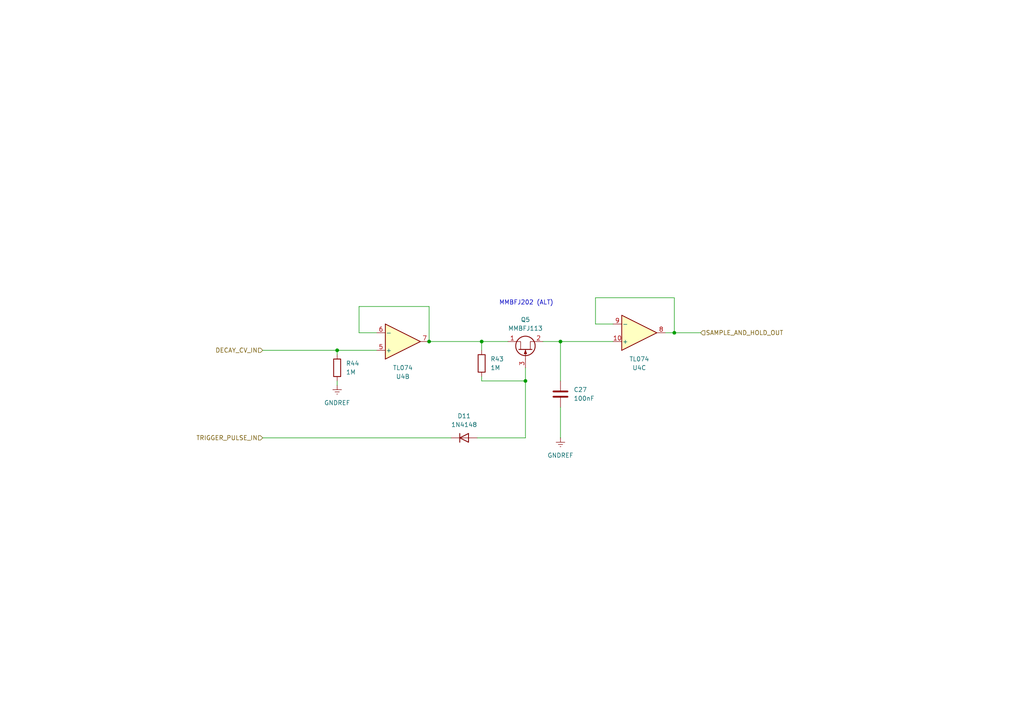
<source format=kicad_sch>
(kicad_sch (version 20231120) (generator "eeschema") (generator_version "8.0")
  (paper "A4")
  (lib_symbols
    (symbol "Amplifier_Operational:TL074" (pin_names (offset 0.127))
      (property "Reference" "U" (at 0 5.08 0))
      (property "Value" "TL074" (at 0 -5.08 0))
      (symbol "TL074_1_1"
        (polyline (pts (xy -5.08 5.08) (xy 5.08 0) (xy -5.08 -5.08) (xy -5.08 5.08)) (stroke (width 0.254)) (fill (type background)))
        (pin output line (at 7.62 0 180) (length 2.54) (name "~") (number "1"))
        (pin input line (at -7.62 -2.54 0) (length 2.54) (name "-") (number "2"))
        (pin input line (at -7.62 2.54 0) (length 2.54) (name "+") (number "3"))
      )
      (symbol "TL074_2_1"
        (polyline (pts (xy -5.08 5.08) (xy 5.08 0) (xy -5.08 -5.08) (xy -5.08 5.08)) (stroke (width 0.254)) (fill (type background)))
        (pin input line (at -7.62 2.54 0) (length 2.54) (name "+") (number "5"))
        (pin input line (at -7.62 -2.54 0) (length 2.54) (name "-") (number "6"))
        (pin output line (at 7.62 0 180) (length 2.54) (name "~") (number "7"))
      )
      (symbol "TL074_3_1"
        (polyline (pts (xy -5.08 5.08) (xy 5.08 0) (xy -5.08 -5.08) (xy -5.08 5.08)) (stroke (width 0.254)) (fill (type background)))
        (pin input line (at -7.62 2.54 0) (length 2.54) (name "+") (number "10"))
        (pin output line (at 7.62 0 180) (length 2.54) (name "~") (number "8"))
        (pin input line (at -7.62 -2.54 0) (length 2.54) (name "-") (number "9"))
      )
      (symbol "TL074_4_1"
        (polyline (pts (xy -5.08 5.08) (xy 5.08 0) (xy -5.08 -5.08) (xy -5.08 5.08)) (stroke (width 0.254)) (fill (type background)))
        (pin input line (at -7.62 2.54 0) (length 2.54) (name "+") (number "12"))
        (pin input line (at -7.62 -2.54 0) (length 2.54) (name "-") (number "13"))
        (pin output line (at 7.62 0 180) (length 2.54) (name "~") (number "14"))
      )
      (symbol "TL074_5_1"
        (pin power_in line (at -2.54 -7.62 90) (length 3.81) (name "V-") (number "11"))
        (pin power_in line (at -2.54 7.62 270) (length 3.81) (name "V+") (number "4"))
      )
    )
    (symbol "Transistor_FET:MMBFJ113" (pin_names hide)
      (property "Reference" "Q" (at 5.08 1.905 0))
      (property "Value" "MMBFJ113" (at 5.08 0 0))
      (symbol "MMBFJ113_0_1"
        (polyline (pts (xy 0.254 0) (xy -2.54 0)))
        (polyline (pts (xy 0.254 1.905) (xy 0.254 -1.905)) (stroke (width 0.254)))
        (polyline (pts (xy 2.54 -2.54) (xy 2.54 -1.397) (xy 0.254 -1.397)))
        (polyline (pts (xy 2.54 2.54) (xy 2.54 1.397) (xy 0.254 1.397)))
        (polyline (pts (xy 0 0) (xy -1.016 0.381) (xy -1.016 -0.381) (xy 0 0)) (fill (type outline)))
        (circle (center 1.27 0) (radius 2.8194) (stroke (width 0.254)))
      )
      (symbol "MMBFJ113_1_1"
        (pin passive line (at 2.54 5.08 270) (length 2.54) (name "D") (number "1"))
        (pin passive line (at 2.54 -5.08 90) (length 2.54) (name "S") (number "2"))
        (pin input line (at -5.08 0 0) (length 2.54) (name "G") (number "3"))
      )
    )
    (symbol "power:GNDREF" (power) (pin_numbers hide) (pin_names (offset 0) hide)
      (property "Value" "GNDREF" (at 0 -3.81 0))
      (symbol "GNDREF_0_1"
        (polyline (pts (xy -0.635 -1.905) (xy 0.635 -1.905)))
        (polyline (pts (xy -0.127 -2.54) (xy 0.127 -2.54)))
        (polyline (pts (xy 0 -1.27) (xy 0 0)))
        (polyline (pts (xy 1.27 -1.27) (xy -1.27 -1.27)))
      )
      (symbol "GNDREF_1_1"
        (pin power_in line (at 0 0 270) (length 0) (name "~") (number "1"))
      )
    )
    (symbol "synth:C_sm (MKS)" (pin_numbers hide) (pin_names (offset 0.254))
      (property "Reference" "C" (at 2.794 1.27 0))
      (property "Value" "C_sm (MKS)" (at 2.794 -1.016 0))
      (symbol "C_sm (MKS)_0_1"
        (polyline (pts (xy -2.032 -0.762) (xy 2.032 -0.762)) (stroke (width 0.508)))
        (polyline (pts (xy -2.032 0.762) (xy 2.032 0.762)) (stroke (width 0.508)))
      )
      (symbol "C_sm (MKS)_1_1"
        (pin passive line (at 0 3.81 270) (length 2.794) (name "~") (number "1"))
        (pin passive line (at 0 -3.81 90) (length 2.794) (name "~") (number "2"))
      )
    )
    (symbol "synth:D_Signal (1N4148)" (pin_numbers hide) (pin_names hide)
      (property "Reference" "D" (at 0 2.54 0))
      (property "Value" "1N4148" (at 0 -2.54 0))
      (symbol "D_Signal (1N4148)_0_1"
        (polyline (pts (xy -1.27 1.27) (xy -1.27 -1.27)) (stroke (width 0.254)))
        (polyline (pts (xy 1.27 0) (xy -1.27 0)))
        (polyline (pts (xy 1.27 1.27) (xy 1.27 -1.27) (xy -1.27 0) (xy 1.27 1.27)) (stroke (width 0.254)))
      )
      (symbol "D_Signal (1N4148)_1_1"
        (pin passive line (at -3.81 0 0) (length 2.54) (name "K") (number "1"))
        (pin passive line (at 3.81 0 180) (length 2.54) (name "A") (number "2"))
      )
    )
    (symbol "synth:R_Default" (pin_numbers hide) (pin_names (offset 0))
      (property "Reference" "R" (at -2.032 0 90))
      (property "Value" "R1" (at 2.032 0 90))
      (symbol "R_Default_0_1"
        (rectangle (start 1.016 -2.54) (end -1.016 2.54) (stroke (width 0.254)))
      )
      (symbol "R_Default_1_1"
        (pin passive line (at 0 -3.81 90) (length 1.27) (name "~") (number "1"))
        (pin passive line (at 0 3.81 270) (length 1.27) (name "~") (number "2"))
      )
    )
  )
  (junction (at 152.4 110.49))
  (junction (at 97.79 101.6))
  (junction (at 162.56 99.06))
  (junction (at 124.46 99.06))
  (junction (at 195.58 96.52))
  (junction (at 139.7 99.06))
  (wire (pts (xy 162.56 110.49) (xy 162.56 99.06)))
  (wire (pts (xy 97.79 102.87) (xy 97.79 101.6)))
  (wire (pts (xy 109.22 96.52) (xy 104.14 96.52)))
  (wire (pts (xy 162.56 127) (xy 162.56 118.11)))
  (wire (pts (xy 152.4 127) (xy 152.4 110.49)))
  (wire (pts (xy 177.8 93.98) (xy 172.72 93.98)))
  (wire (pts (xy 139.7 101.6) (xy 139.7 99.06)))
  (wire (pts (xy 172.72 86.36) (xy 195.58 86.36)))
  (wire (pts (xy 124.46 88.9) (xy 124.46 99.06)))
  (wire (pts (xy 162.56 99.06) (xy 177.8 99.06)))
  (wire (pts (xy 157.48 99.06) (xy 162.56 99.06)))
  (wire (pts (xy 97.79 101.6) (xy 109.22 101.6)))
  (wire (pts (xy 193.04 96.52) (xy 195.58 96.52)))
  (wire (pts (xy 172.72 93.98) (xy 172.72 86.36)))
  (wire (pts (xy 97.79 111.76) (xy 97.79 110.49)))
  (wire (pts (xy 104.14 96.52) (xy 104.14 88.9)))
  (wire (pts (xy 139.7 109.22) (xy 139.7 110.49)))
  (wire (pts (xy 152.4 110.49) (xy 152.4 106.68)))
  (wire (pts (xy 76.2 101.6) (xy 97.79 101.6)))
  (wire (pts (xy 147.32 99.06) (xy 139.7 99.06)))
  (wire (pts (xy 195.58 86.36) (xy 195.58 96.52)))
  (wire (pts (xy 139.7 99.06) (xy 124.46 99.06)))
  (wire (pts (xy 139.7 110.49) (xy 152.4 110.49)))
  (wire (pts (xy 104.14 88.9) (xy 124.46 88.9)))
  (wire (pts (xy 195.58 96.52) (xy 203.2 96.52)))
  (wire (pts (xy 138.43 127) (xy 152.4 127)))
  (wire (pts (xy 76.2 127) (xy 130.81 127)))
  (text "MMBFJ202 (ALT)" (at 152.654 87.884 0) (effects (font (size 1.27 1.27))))
  (hierarchical_label "SAMPLE_AND_HOLD_OUT" (shape input) (at 203.2 96.52 0))
  (hierarchical_label "DECAY_CV_IN" (shape input) (at 76.2 101.6 180))
  (hierarchical_label "TRIGGER_PULSE_IN" (shape input) (at 76.2 127 180))
  (symbol (lib_id "power:GNDREF") (at 162.56 127 0) (unit 1)
    (property "Reference" "#PWR066" (effects (hide yes)))
    (property "Value" "GNDREF" (at 162.56 132.08 0))
    (property "Description" "Power symbol creates a global label with name \"GNDREF\" , reference supply ground" (effects (hide yes)))
  )
  (symbol (lib_id "synth:R_Default") (at 97.79 106.68 0) (unit 1)
    (property "Reference" "R44" (at 100.33 105.4099 0) (effects (justify left)))
    (property "Value" "1M" (at 100.33 107.9499 0) (effects (justify left)))
    (property "Footprint" "Synth:R_Default (DIN0207)" (effects (hide yes)))
    (property "Description" "Resistor" (effects (hide yes)))
  )
  (symbol (lib_id "Amplifier_Operational:TL074") (at 185.42 96.52 0) (mirror x) (unit 3)
    (property "Reference" "U4" (at 185.42 106.68 0))
    (property "Value" "TL074" (at 185.42 104.14 0))
    (property "Footprint" "Package_DIP:DIP-14_W7.62mm_Socket_LongPads" (effects (hide yes)))
    (property "Datasheet" "http://www.ti.com/lit/ds/symlink/tl071.pdf" (effects (hide yes)))
    (property "Description" "Quad Low-Noise JFET-Input Operational Amplifiers, DIP-14/SOIC-14" (effects (hide yes)))
  )
  (symbol (lib_id "synth:R_Default") (at 139.7 105.41 0) (unit 1)
    (property "Reference" "R43" (at 142.24 104.1399 0) (effects (justify left)))
    (property "Value" "1M" (at 142.24 106.6799 0) (effects (justify left)))
    (property "Footprint" "Synth:R_Default (DIN0207)" (effects (hide yes)))
    (property "Description" "Resistor" (effects (hide yes)))
  )
  (symbol (lib_id "synth:D_Signal (1N4148)") (at 134.62 127 0) (unit 1)
    (property "Reference" "D11" (at 134.62 120.65 0))
    (property "Value" "1N4148" (at 134.62 123.19 0))
    (property "Footprint" "Synth:D_DO-35_SOD27_P7.62mm_Horizontal" (effects (hide yes)))
    (property "Datasheet" "https://assets.nexperia.com/documents/data-sheet/1N4148_1N4448.pdf" (effects (hide yes)))
    (property "Description" "100V 0.15A standard switching diode, DO-35" (effects (hide yes)))
    (property "Sim.Device" "D" (effects (hide yes)))
    (property "Sim.Pins" "1=K 2=A" (effects (hide yes)))
  )
  (symbol (lib_id "synth:C_sm (MKS)") (at 162.56 114.3 0) (unit 1)
    (property "Reference" "C27" (at 166.37 113.0299 0) (effects (justify left)))
    (property "Value" "100nF" (at 166.37 115.5699 0) (effects (justify left)))
    (property "Footprint" "Synth:C_RECT_WIMA_0.1uF" (effects (hide yes)))
    (property "Description" "Unpolarized capacitor" (effects (hide yes)))
  )
  (symbol (lib_id "power:GNDREF") (at 97.79 111.76 0) (unit 1)
    (property "Reference" "#PWR067" (effects (hide yes)))
    (property "Value" "GNDREF" (at 97.79 116.84 0))
    (property "Description" "Power symbol creates a global label with name \"GNDREF\" , reference supply ground" (effects (hide yes)))
  )
  (symbol (lib_id "Amplifier_Operational:TL074") (at 116.84 99.06 0) (mirror x) (unit 2)
    (property "Reference" "U4" (at 116.84 109.22 0))
    (property "Value" "TL074" (at 116.84 106.68 0))
    (property "Footprint" "Package_DIP:DIP-14_W7.62mm_Socket_LongPads" (effects (hide yes)))
    (property "Datasheet" "http://www.ti.com/lit/ds/symlink/tl071.pdf" (effects (hide yes)))
    (property "Description" "Quad Low-Noise JFET-Input Operational Amplifiers, DIP-14/SOIC-14" (effects (hide yes)))
  )
  (symbol (lib_id "Transistor_FET:MMBFJ113") (at 152.4 101.6 90) (unit 1)
    (property "Reference" "Q5" (at 152.4 92.71 90))
    (property "Value" "MMBFJ113" (at 152.4 95.25 90))
    (property "Footprint" "Package_TO_SOT_SMD:SOT-23" (effects (hide yes)))
    (property "Datasheet" "https://www.onsemi.com/pub/Collateral/MMBFJ113-D.PDF" (effects (hide yes)))
    (property "Description" "2mA min, 35V, 100mOhm max, 0.5-3V Vgs(off), N-Channel JFET, SOT-23" (effects (hide yes)))
  )
)
</source>
